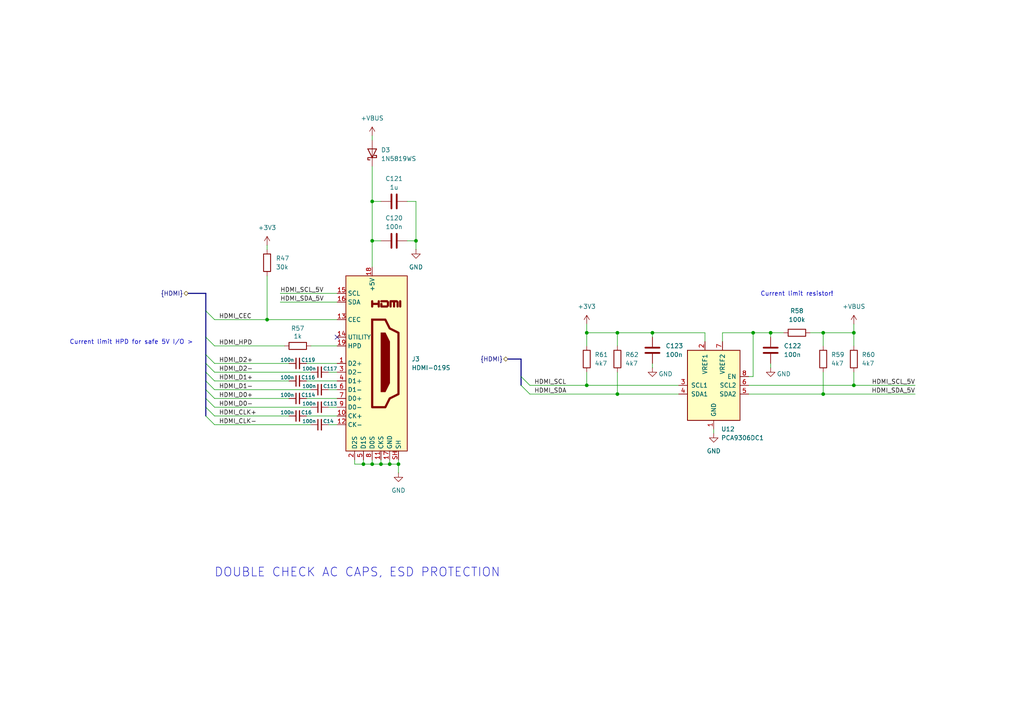
<source format=kicad_sch>
(kicad_sch (version 20250114) (generator "eeschema") (generator_version "9.0")
  (paper "A4")
  (lib_symbols
    (symbol "Device:C" (pin_numbers (hide yes)) (pin_names (offset 0.254))
      (property "Reference" "C" (at 0.635 2.54 0))
      (property "Value" "C" (at 0.635 -2.54 0))
      (symbol "C_0_1"
        (polyline (pts (xy -2.032 0.762) (xy 2.032 0.762)) (stroke (width 0.508)))
        (polyline (pts (xy -2.032 -0.762) (xy 2.032 -0.762)) (stroke (width 0.508)))
      )
      (symbol "C_1_1"
        (pin passive line (at 0 3.81 270) (length 2.794) (name "~") (number "1"))
        (pin passive line (at 0 -3.81 90) (length 2.794) (name "~") (number "2"))
      )
    )
    (symbol "Device:C_Small" (pin_numbers (hide yes)) (pin_names (offset 0.254) (hide yes))
      (property "Reference" "C" (at 0.254 1.778 0))
      (property "Value" "C_Small" (at 0.254 -2.032 0))
      (symbol "C_Small_0_1"
        (polyline (pts (xy -1.524 0.508) (xy 1.524 0.508)) (stroke (width 0.3048)))
        (polyline (pts (xy -1.524 -0.508) (xy 1.524 -0.508)) (stroke (width 0.3302)))
      )
      (symbol "C_Small_1_1"
        (pin passive line (at 0 2.54 270) (length 2.032) (name "~") (number "1"))
        (pin passive line (at 0 -2.54 90) (length 2.032) (name "~") (number "2"))
      )
    )
    (symbol "Device:R" (pin_numbers (hide yes)) (pin_names (offset 0))
      (property "Reference" "R" (at 2.032 0 90))
      (property "Value" "R" (at 0 0 90))
      (symbol "R_0_1"
        (rectangle (start -1.016 -2.54) (end 1.016 2.54) (stroke (width 0.254)))
      )
      (symbol "R_1_1"
        (pin passive line (at 0 3.81 270) (length 1.27) (name "~") (number "1"))
        (pin passive line (at 0 -3.81 90) (length 1.27) (name "~") (number "2"))
      )
    )
    (symbol "Diode:1N5819WS" (pin_numbers (hide yes)) (pin_names (offset 1.016) (hide yes))
      (property "Reference" "D" (at 0 2.54 0))
      (property "Value" "1N5819WS" (at 0 -2.54 0))
      (symbol "1N5819WS_0_1"
        (polyline (pts (xy -1.905 0.635) (xy -1.905 1.27) (xy -1.27 1.27) (xy -1.27 -1.27) (xy -0.635 -1.27) (xy -0.635 -0.635)) (stroke (width 0.254)))
        (polyline (pts (xy 1.27 1.27) (xy 1.27 -1.27) (xy -1.27 0) (xy 1.27 1.27)) (stroke (width 0.254)))
        (polyline (pts (xy 1.27 0) (xy -1.27 0)))
      )
      (symbol "1N5819WS_1_1"
        (pin passive line (at -3.81 0 0) (length 2.54) (name "K") (number "1"))
        (pin passive line (at 3.81 0 180) (length 2.54) (name "A") (number "2"))
      )
    )
    (symbol "FPGA Accelerator:HDMI_A"
      (property "Reference" "J" (at -6.35 26.67 0))
      (property "Value" "HDMI_A" (at 10.16 26.67 0))
      (symbol "HDMI_A_0_0"
        (polyline (pts (xy 0 16.51) (xy 0 18.034) (xy 0 17.272) (xy 1.905 17.272) (xy 1.905 18.034) (xy 1.905 16.51)) (stroke (width 0.635)))
        (polyline (pts (xy 2.667 18.034) (xy 4.318 18.034) (xy 4.572 17.78) (xy 4.572 16.764) (xy 4.318 16.51) (xy 2.667 16.51) (xy 2.667 17.272)) (stroke (width 0.635)))
        (polyline (pts (xy 8.128 16.51) (xy 8.128 18.034)) (stroke (width 0.635)))
      )
      (symbol "HDMI_A_0_1"
        (rectangle (start -7.62 25.4) (end 10.16 -25.4) (stroke (width 0.254)) (fill (type background)))
        (polyline (pts (xy 0 12.7) (xy 0 -12.7) (xy 3.81 -12.7) (xy 5.08 -10.16) (xy 7.62 -8.89) (xy 7.62 8.89) (xy 5.08 10.16) (xy 3.81 12.7) (xy 0 12.7)) (stroke (width 0.635)))
        (polyline (pts (xy 2.54 8.89) (xy 3.81 8.89) (xy 5.08 6.35) (xy 5.08 -5.715) (xy 3.81 -8.255) (xy 2.54 -8.255) (xy 2.54 8.89)) (fill (type outline)))
        (polyline (pts (xy 5.334 16.51) (xy 5.334 18.034) (xy 6.35 18.034) (xy 6.35 16.51) (xy 6.35 18.034) (xy 7.112 18.034) (xy 7.366 17.78) (xy 7.366 16.51)) (stroke (width 0.635)))
      )
      (symbol "HDMI_A_1_1"
        (pin passive line (at -10.16 20.32 0) (length 2.54) (name "SCL") (number "15"))
        (pin bidirectional line (at -10.16 17.78 0) (length 2.54) (name "SDA") (number "16"))
        (pin bidirectional line (at -10.16 12.7 0) (length 2.54) (name "CEC") (number "13"))
        (pin passive line (at -10.16 7.62 0) (length 2.54) (name "UTILITY") (number "14"))
        (pin passive line (at -10.16 5.08 0) (length 2.54) (name "HPD") (number "19"))
        (pin passive line (at -10.16 0 0) (length 2.54) (name "D2+") (number "1"))
        (pin passive line (at -10.16 -2.54 0) (length 2.54) (name "D2-") (number "3"))
        (pin passive line (at -10.16 -5.08 0) (length 2.54) (name "D1+") (number "4"))
        (pin passive line (at -10.16 -7.62 0) (length 2.54) (name "D1-") (number "6"))
        (pin passive line (at -10.16 -10.16 0) (length 2.54) (name "D0+") (number "7"))
        (pin passive line (at -10.16 -12.7 0) (length 2.54) (name "D0-") (number "9"))
        (pin passive line (at -10.16 -15.24 0) (length 2.54) (name "CK+") (number "10"))
        (pin passive line (at -10.16 -17.78 0) (length 2.54) (name "CK-") (number "12"))
        (pin power_in line (at -5.08 -27.94 90) (length 2.54) (name "D2S") (number "2"))
        (pin power_in line (at -2.54 -27.94 90) (length 2.54) (name "D1S") (number "5"))
        (pin power_in line (at 0 27.94 270) (length 2.54) (name "+5V") (number "18"))
        (pin power_in line (at 0 -27.94 90) (length 2.54) (name "D0S") (number "8"))
        (pin power_in line (at 2.54 -27.94 90) (length 2.54) (name "CKS") (number "11"))
        (pin power_in line (at 5.08 -27.94 90) (length 2.54) (name "GND") (number "17"))
        (pin passive line (at 7.62 -27.94 90) (length 2.54) (name "SH") (number "SH"))
      )
    )
    (symbol "Interface:PCA9306DC1" (pin_names (offset 1.016))
      (property "Reference" "U" (at -7.62 11.43 0))
      (property "Value" "PCA9306DC1" (at 3.81 11.43 0))
      (symbol "PCA9306DC1_0_1"
        (rectangle (start -7.62 10.16) (end 7.62 -10.16) (stroke (width 0.254)) (fill (type background)))
      )
      (symbol "PCA9306DC1_1_1"
        (pin bidirectional line (at -10.16 0 0) (length 2.54) (name "SCL1") (number "3"))
        (pin bidirectional line (at -10.16 -2.54 0) (length 2.54) (name "SDA1") (number "4"))
        (pin power_in line (at -2.54 12.7 270) (length 2.54) (name "VREF1") (number "2"))
        (pin power_in line (at 0 -12.7 90) (length 2.54) (name "GND") (number "1"))
        (pin power_in line (at 2.54 12.7 270) (length 2.54) (name "VREF2") (number "7"))
        (pin input line (at 10.16 2.54 180) (length 2.54) (name "EN") (number "8"))
        (pin bidirectional line (at 10.16 0 180) (length 2.54) (name "SCL2") (number "6"))
        (pin bidirectional line (at 10.16 -2.54 180) (length 2.54) (name "SDA2") (number "5"))
      )
    )
    (symbol "power:+1V0" (power) (pin_numbers (hide yes)) (pin_names (offset 0) (hide yes))
      (property "Value" "+1V0" (at 0 3.556 0))
      (symbol "+1V0_0_1"
        (polyline (pts (xy -0.762 1.27) (xy 0 2.54)))
        (polyline (pts (xy 0 2.54) (xy 0.762 1.27)))
        (polyline (pts (xy 0 0) (xy 0 2.54)))
      )
      (symbol "+1V0_1_1"
        (pin power_in line (at 0 0 90) (length 0) (name "~") (number "1"))
      )
    )
    (symbol "power:+3V3" (power) (pin_numbers (hide yes)) (pin_names (offset 0) (hide yes))
      (property "Value" "+3V3" (at 0 3.556 0))
      (symbol "+3V3_0_1"
        (polyline (pts (xy -0.762 1.27) (xy 0 2.54)))
        (polyline (pts (xy 0 2.54) (xy 0.762 1.27)))
        (polyline (pts (xy 0 0) (xy 0 2.54)))
      )
      (symbol "+3V3_1_1"
        (pin power_in line (at 0 0 90) (length 0) (name "~") (number "1"))
      )
    )
    (symbol "power:GND" (power) (pin_numbers (hide yes)) (pin_names (offset 0) (hide yes))
      (property "Value" "GND" (at 0 -3.81 0))
      (symbol "GND_0_1"
        (polyline (pts (xy 0 0) (xy 0 -1.27) (xy 1.27 -1.27) (xy 0 -2.54) (xy -1.27 -1.27) (xy 0 -1.27)))
      )
      (symbol "GND_1_1"
        (pin power_in line (at 0 0 270) (length 0) (name "~") (number "1"))
      )
    )
  )
  (bus_alias "HDMI" (members "HDMI_SCL" "HDMI_SDA" "HDMI_CEC" "HDMI_HPD" "HDMI_D2+" "HDMI_D2-" "HDMI_D1+" "HDMI_D1-" "HDMI_D0+" "HDMI_D0-" "HDMI_CLK+" "HDMI_CLK-"))
  (text "Current limit resistor!" (at 231.14 85.344 0) (effects (font (size 1.27 1.27))))
  (text "Current limit HPD for safe 5V I/O >" (at 38.1 99.314 0) (effects (font (size 1.27 1.27))))
  (text "DOUBLE CHECK AC CAPS, ESD PROTECTION" (at 103.632 166.116 0) (effects (font (size 2.54 2.54))))
  (junction (at 110.49 134.62))
  (junction (at 223.52 96.52))
  (junction (at 115.57 134.62))
  (junction (at 247.65 96.52))
  (junction (at 107.95 69.85))
  (junction (at 105.41 134.62))
  (junction (at 238.76 96.52))
  (junction (at 179.07 114.3))
  (junction (at 218.44 96.52))
  (junction (at 107.95 58.42))
  (junction (at 189.23 96.52))
  (junction (at 113.03 134.62))
  (junction (at 170.18 96.52))
  (junction (at 247.65 111.76))
  (junction (at 179.07 96.52))
  (junction (at 238.76 114.3))
  (junction (at 170.18 111.76))
  (junction (at 77.47 92.71))
  (junction (at 120.65 69.85))
  (junction (at 107.95 134.62))
  (no_connect (at 97.79 97.79))
  (bus_entry (at 62.23 118.11) (size -2.54 -2.54))
  (bus_entry (at 62.23 92.71) (size -2.54 -2.54))
  (bus_entry (at 62.23 123.19) (size -2.54 -2.54))
  (bus_entry (at 62.23 107.95) (size -2.54 -2.54))
  (bus_entry (at 153.67 111.76) (size -2.54 -2.54))
  (bus_entry (at 62.23 110.49) (size -2.54 -2.54))
  (bus_entry (at 62.23 105.41) (size -2.54 -2.54))
  (bus_entry (at 62.23 115.57) (size -2.54 -2.54))
  (bus_entry (at 62.23 100.33) (size -2.54 -2.54))
  (bus_entry (at 62.23 113.03) (size -2.54 -2.54))
  (bus_entry (at 153.67 114.3) (size -2.54 -2.54))
  (bus_entry (at 62.23 120.65) (size -2.54 -2.54))
  (wire (pts (xy 62.23 107.95) (xy 90.17 107.95)))
  (bus (pts (xy 59.69 110.49) (xy 59.69 113.03)))
  (wire (pts (xy 62.23 100.33) (xy 82.55 100.33)))
  (wire (pts (xy 118.11 58.42) (xy 120.65 58.42)))
  (wire (pts (xy 77.47 71.12) (xy 77.47 72.39)))
  (wire (pts (xy 247.65 93.98) (xy 247.65 96.52)))
  (wire (pts (xy 62.23 123.19) (xy 90.17 123.19)))
  (wire (pts (xy 170.18 111.76) (xy 196.85 111.76)))
  (wire (pts (xy 217.17 109.22) (xy 218.44 109.22)))
  (bus (pts (xy 59.69 97.79) (xy 59.69 102.87)))
  (wire (pts (xy 62.23 120.65) (xy 83.82 120.65)))
  (wire (pts (xy 247.65 107.95) (xy 247.65 111.76)))
  (wire (pts (xy 88.9 105.41) (xy 97.79 105.41)))
  (wire (pts (xy 247.65 96.52) (xy 247.65 100.33)))
  (wire (pts (xy 107.95 69.85) (xy 107.95 77.47)))
  (wire (pts (xy 62.23 113.03) (xy 90.17 113.03)))
  (wire (pts (xy 110.49 69.85) (xy 107.95 69.85)))
  (wire (pts (xy 110.49 134.62) (xy 110.49 133.35)))
  (wire (pts (xy 179.07 114.3) (xy 196.85 114.3)))
  (wire (pts (xy 223.52 96.52) (xy 223.52 97.79)))
  (wire (pts (xy 107.95 58.42) (xy 110.49 58.42)))
  (wire (pts (xy 265.43 111.76) (xy 247.65 111.76)))
  (wire (pts (xy 81.28 87.63) (xy 97.79 87.63)))
  (bus (pts (xy 59.69 118.11) (xy 59.69 120.65)))
  (wire (pts (xy 238.76 96.52) (xy 247.65 96.52)))
  (bus (pts (xy 54.61 85.09) (xy 59.69 85.09)))
  (bus (pts (xy 59.69 113.03) (xy 59.69 115.57)))
  (bus (pts (xy 59.69 107.95) (xy 59.69 110.49)))
  (wire (pts (xy 179.07 107.95) (xy 179.07 114.3)))
  (wire (pts (xy 107.95 134.62) (xy 107.95 133.35)))
  (wire (pts (xy 238.76 107.95) (xy 238.76 114.3)))
  (wire (pts (xy 218.44 109.22) (xy 218.44 96.52)))
  (bus (pts (xy 59.69 105.41) (xy 59.69 107.95)))
  (wire (pts (xy 204.47 96.52) (xy 189.23 96.52)))
  (wire (pts (xy 179.07 96.52) (xy 170.18 96.52)))
  (wire (pts (xy 77.47 92.71) (xy 97.79 92.71)))
  (wire (pts (xy 62.23 115.57) (xy 83.82 115.57)))
  (bus (pts (xy 59.69 90.17) (xy 59.69 97.79)))
  (bus (pts (xy 151.13 111.76) (xy 151.13 109.22)))
  (wire (pts (xy 102.87 134.62) (xy 105.41 134.62)))
  (wire (pts (xy 170.18 107.95) (xy 170.18 111.76)))
  (wire (pts (xy 153.67 111.76) (xy 170.18 111.76)))
  (wire (pts (xy 107.95 39.37) (xy 107.95 40.64)))
  (wire (pts (xy 95.25 123.19) (xy 97.79 123.19)))
  (wire (pts (xy 207.01 125.73) (xy 207.01 124.46)))
  (wire (pts (xy 204.47 96.52) (xy 204.47 99.06)))
  (wire (pts (xy 105.41 134.62) (xy 107.95 134.62)))
  (wire (pts (xy 113.03 134.62) (xy 115.57 134.62)))
  (wire (pts (xy 88.9 120.65) (xy 97.79 120.65)))
  (wire (pts (xy 105.41 134.62) (xy 105.41 133.35)))
  (wire (pts (xy 120.65 69.85) (xy 118.11 69.85)))
  (wire (pts (xy 234.95 96.52) (xy 238.76 96.52)))
  (wire (pts (xy 238.76 114.3) (xy 217.17 114.3)))
  (wire (pts (xy 77.47 80.01) (xy 77.47 92.71)))
  (wire (pts (xy 170.18 93.98) (xy 170.18 96.52)))
  (wire (pts (xy 223.52 96.52) (xy 218.44 96.52)))
  (wire (pts (xy 90.17 100.33) (xy 97.79 100.33)))
  (bus (pts (xy 59.69 85.09) (xy 59.69 90.17)))
  (wire (pts (xy 113.03 134.62) (xy 113.03 133.35)))
  (wire (pts (xy 95.25 118.11) (xy 97.79 118.11)))
  (wire (pts (xy 189.23 96.52) (xy 179.07 96.52)))
  (wire (pts (xy 81.28 85.09) (xy 97.79 85.09)))
  (wire (pts (xy 110.49 134.62) (xy 113.03 134.62)))
  (wire (pts (xy 189.23 106.68) (xy 189.23 105.41)))
  (wire (pts (xy 265.43 114.3) (xy 238.76 114.3)))
  (wire (pts (xy 209.55 96.52) (xy 209.55 99.06)))
  (wire (pts (xy 62.23 118.11) (xy 90.17 118.11)))
  (wire (pts (xy 62.23 110.49) (xy 83.82 110.49)))
  (wire (pts (xy 189.23 96.52) (xy 189.23 97.79)))
  (wire (pts (xy 227.33 96.52) (xy 223.52 96.52)))
  (wire (pts (xy 223.52 106.68) (xy 223.52 105.41)))
  (wire (pts (xy 107.95 58.42) (xy 107.95 69.85)))
  (wire (pts (xy 115.57 134.62) (xy 115.57 133.35)))
  (wire (pts (xy 247.65 111.76) (xy 217.17 111.76)))
  (bus (pts (xy 59.69 102.87) (xy 59.69 105.41)))
  (wire (pts (xy 120.65 58.42) (xy 120.65 69.85)))
  (bus (pts (xy 59.69 115.57) (xy 59.69 118.11)))
  (wire (pts (xy 115.57 134.62) (xy 115.57 137.16)))
  (wire (pts (xy 88.9 110.49) (xy 97.79 110.49)))
  (wire (pts (xy 95.25 107.95) (xy 97.79 107.95)))
  (wire (pts (xy 95.25 113.03) (xy 97.79 113.03)))
  (wire (pts (xy 238.76 96.52) (xy 238.76 100.33)))
  (wire (pts (xy 102.87 134.62) (xy 102.87 133.35)))
  (wire (pts (xy 62.23 105.41) (xy 83.82 105.41)))
  (wire (pts (xy 107.95 48.26) (xy 107.95 58.42)))
  (wire (pts (xy 120.65 72.39) (xy 120.65 69.85)))
  (wire (pts (xy 179.07 96.52) (xy 179.07 100.33)))
  (bus (pts (xy 147.32 104.14) (xy 151.13 104.14)))
  (bus (pts (xy 151.13 109.22) (xy 151.13 104.14)))
  (wire (pts (xy 218.44 96.52) (xy 209.55 96.52)))
  (wire (pts (xy 62.23 92.71) (xy 77.47 92.71)))
  (wire (pts (xy 107.95 134.62) (xy 110.49 134.62)))
  (wire (pts (xy 88.9 115.57) (xy 97.79 115.57)))
  (wire (pts (xy 153.67 114.3) (xy 179.07 114.3)))
  (wire (pts (xy 170.18 96.52) (xy 170.18 100.33)))
  (label "HDMI_D2-" (at 63.5 107.95 0))
  (label "HDMI_D2+" (at 63.5 105.41 0))
  (label "HDMI_HPD" (at 63.5 100.33 0))
  (label "HDMI_CEC" (at 63.5 92.71 0))
  (label "HDMI_D1+" (at 63.5 110.49 0))
  (label "HDMI_D0-" (at 63.5 118.11 0))
  (label "HDMI_D0+" (at 63.5 115.57 0))
  (label "HDMI_SDA_5V" (at 265.43 114.3 180))
  (label "HDMI_CLK+" (at 63.5 120.65 0))
  (label "HDMI_SDA" (at 154.94 114.3 0))
  (label "HDMI_SCL_5V" (at 81.28 85.09 0))
  (label "HDMI_SCL" (at 154.94 111.76 0))
  (label "HDMI_SDA_5V" (at 81.28 87.63 0))
  (label "HDMI_SCL_5V" (at 265.43 111.76 180))
  (label "HDMI_D1-" (at 63.5 113.03 0))
  (label "HDMI_CLK-" (at 63.5 123.19 0))
  (hierarchical_label "{HDMI}" (shape bidirectional) (at 54.61 85.09 180))
  (hierarchical_label "{HDMI}" (shape bidirectional) (at 147.32 104.14 180))
  (symbol (lib_id "Interface:PCA9306DC1") (at 207.01 111.76 0) (unit 1)
    (property "Reference" "U12" (at 209.1533 124.46 0) (effects (justify left)))
    (property "Value" "PCA9306DC1" (at 209.1533 127 0) (effects (justify left)))
    (property "Footprint" "Package_SO:VSSOP-8_2.3x2mm_P0.5mm" (effects (hide yes)))
    (property "Datasheet" "https://www.nxp.com/docs/en/data-sheet/PCA9306.pdf" (effects (hide yes)))
    (property "Description" "Dual bidirectional I2C Bus and SMBus voltage level translator, VSSOP-8" (effects (hide yes)))
    (property "MPN" "PCA9306DC1" (effects (hide yes)))
    (property "LCSC" "C129510" (effects (hide yes)))
  )
  (symbol (lib_id "Device:R") (at 179.07 104.14 0) (unit 1)
    (property "Reference" "R62" (at 181.356 102.87 0) (effects (justify left)))
    (property "Value" "4k7" (at 181.356 105.41 0) (effects (justify left)))
    (property "Description" "Resistor" (effects (hide yes)))
  )
  (symbol (lib_id "Device:R") (at 86.36 100.33 90) (unit 1)
    (property "Reference" "R57" (at 86.36 95.25 90))
    (property "Value" "1k" (at 86.36 97.536 90))
    (property "Description" "Resistor" (effects (hide yes)))
  )
  (symbol (lib_id "power:+3V3") (at 170.18 93.98 0) (unit 1)
    (property "Reference" "#PWR080" (effects (hide yes)))
    (property "Value" "+3V3" (at 170.18 88.9 0))
    (property "Description" "Power symbol creates a global label with name \"+3V3\"" (effects (hide yes)))
  )
  (symbol (lib_id "Device:C_Small") (at 92.71 107.95 90) (unit 1)
    (property "Reference" "C117" (at 95.758 106.934 90) (effects (font (size 1.016 1.016))))
    (property "Value" "100n" (at 89.662 106.934 90) (effects (font (size 1.016 1.016))))
    (property "Description" "Unpolarized capacitor, small symbol" (effects (hide yes)))
  )
  (symbol (lib_id "Device:C_Small") (at 86.36 110.49 90) (unit 1)
    (property "Reference" "C116" (at 89.408 109.474 90) (effects (font (size 1.016 1.016))))
    (property "Value" "100n" (at 83.312 109.474 90) (effects (font (size 1.016 1.016))))
    (property "Description" "Unpolarized capacitor, small symbol" (effects (hide yes)))
  )
  (symbol (lib_id "Device:R") (at 238.76 104.14 0) (unit 1)
    (property "Reference" "R59" (at 241.046 102.87 0) (effects (justify left)))
    (property "Value" "4k7" (at 241.046 105.41 0) (effects (justify left)))
    (property "Description" "Resistor" (effects (hide yes)))
  )
  (symbol (lib_id "Device:C_Small") (at 86.36 115.57 90) (unit 1)
    (property "Reference" "C114" (at 89.408 114.554 90) (effects (font (size 1.016 1.016))))
    (property "Value" "100n" (at 83.312 114.554 90) (effects (font (size 1.016 1.016))))
    (property "Description" "Unpolarized capacitor, small symbol" (effects (hide yes)))
  )
  (symbol (lib_id "Device:R") (at 247.65 104.14 0) (unit 1)
    (property "Reference" "R60" (at 249.936 102.87 0) (effects (justify left)))
    (property "Value" "4k7" (at 249.936 105.41 0) (effects (justify left)))
    (property "Description" "Resistor" (effects (hide yes)))
  )
  (symbol (lib_id "FPGA Accelerator:HDMI_A") (at 107.95 105.41 0) (unit 1)
    (property "Reference" "J3" (at 119.38 104.1399 0) (effects (justify left)))
    (property "Value" "HDMI-019S" (at 119.38 106.6799 0) (effects (justify left)))
    (property "Datasheet" "https://en.wikipedia.org/wiki/HDMI" (effects (hide yes)))
    (property "Description" "HDMI type A connector" (effects (hide yes)))
    (property "MPN" "HDMI-019S" (effects (hide yes)))
    (property "LCSC" "C111617" (effects (hide yes)))
  )
  (symbol (lib_id "Device:C") (at 189.23 101.6 0) (unit 1)
    (property "Reference" "C123" (at 193.04 100.3299 0) (effects (justify left)))
    (property "Value" "100n" (at 193.04 102.8699 0) (effects (justify left)))
    (property "Description" "Unpolarized capacitor" (effects (hide yes)))
  )
  (symbol (lib_id "Device:C_Small") (at 86.36 105.41 90) (unit 1)
    (property "Reference" "C119" (at 89.408 104.394 90) (effects (font (size 1.016 1.016))))
    (property "Value" "100n" (at 83.312 104.394 90) (effects (font (size 1.016 1.016))))
    (property "Description" "Unpolarized capacitor, small symbol" (effects (hide yes)))
  )
  (symbol (lib_id "Device:C") (at 114.3 69.85 90) (unit 1)
    (property "Reference" "C120" (at 114.3 63.246 90))
    (property "Value" "100n" (at 114.3 65.786 90))
    (property "Description" "Unpolarized capacitor" (effects (hide yes)))
  )
  (symbol (lib_id "Device:C_Small") (at 92.71 113.03 90) (unit 1)
    (property "Reference" "C115" (at 95.758 112.014 90) (effects (font (size 1.016 1.016))))
    (property "Value" "100n" (at 89.662 112.014 90) (effects (font (size 1.016 1.016))))
    (property "Description" "Unpolarized capacitor, small symbol" (effects (hide yes)))
  )
  (symbol (lib_id "Device:R") (at 170.18 104.14 0) (unit 1)
    (property "Reference" "R61" (at 172.466 102.87 0) (effects (justify left)))
    (property "Value" "4k7" (at 172.466 105.41 0) (effects (justify left)))
    (property "Description" "Resistor" (effects (hide yes)))
  )
  (symbol (lib_id "power:GND") (at 115.57 137.16 0) (unit 1)
    (property "Reference" "#PWR064" (effects (hide yes)))
    (property "Value" "GND" (at 115.57 142.24 0))
    (property "Description" "Power symbol creates a global label with name \"GND\" , ground" (effects (hide yes)))
  )
  (symbol (lib_id "power:GND") (at 223.52 106.68 0) (unit 1)
    (property "Reference" "#PWR082" (effects (hide yes)))
    (property "Value" "GND" (at 227.33 108.458 0))
    (property "Description" "Power symbol creates a global label with name \"GND\" , ground" (effects (hide yes)))
  )
  (symbol (lib_id "power:GND") (at 189.23 106.68 0) (unit 1)
    (property "Reference" "#PWR086" (effects (hide yes)))
    (property "Value" "GND" (at 193.04 108.458 0))
    (property "Description" "Power symbol creates a global label with name \"GND\" , ground" (effects (hide yes)))
  )
  (symbol (lib_id "power:GND") (at 120.65 72.39 0) (unit 1)
    (property "Reference" "#PWR077" (effects (hide yes)))
    (property "Value" "GND" (at 120.65 77.47 0))
    (property "Description" "Power symbol creates a global label with name \"GND\" , ground" (effects (hide yes)))
  )
  (symbol (lib_id "power:+1V0") (at 247.65 93.98 0) (unit 1)
    (property "Reference" "#PWR085" (effects (hide yes)))
    (property "Value" "+VBUS" (at 247.65 88.9 0))
    (property "Description" "Power symbol creates a global label with name \"+1V0\"" (effects (hide yes)))
  )
  (symbol (lib_id "Device:C") (at 223.52 101.6 0) (unit 1)
    (property "Reference" "C122" (at 227.33 100.3299 0) (effects (justify left)))
    (property "Value" "100n" (at 227.33 102.8699 0) (effects (justify left)))
    (property "Description" "Unpolarized capacitor" (effects (hide yes)))
  )
  (symbol (lib_id "Device:R") (at 231.14 96.52 270) (unit 1)
    (property "Reference" "R58" (at 231.14 90.17 90))
    (property "Value" "100k" (at 231.14 92.71 90))
    (property "Description" "Resistor" (effects (hide yes)))
  )
  (symbol (lib_id "Device:C_Small") (at 92.71 118.11 90) (unit 1)
    (property "Reference" "C113" (at 95.758 117.094 90) (effects (font (size 1.016 1.016))))
    (property "Value" "100n" (at 89.662 117.094 90) (effects (font (size 1.016 1.016))))
    (property "Description" "Unpolarized capacitor, small symbol" (effects (hide yes)))
  )
  (symbol (lib_id "power:+1V0") (at 107.95 39.37 0) (unit 1)
    (property "Reference" "#PWR076" (effects (hide yes)))
    (property "Value" "+VBUS" (at 107.95 34.29 0))
    (property "Description" "Power symbol creates a global label with name \"+1V0\"" (effects (hide yes)))
  )
  (symbol (lib_id "power:GND") (at 207.01 125.73 0) (unit 1)
    (property "Reference" "#PWR078" (effects (hide yes)))
    (property "Value" "GND" (at 207.01 130.81 0))
    (property "Description" "Power symbol creates a global label with name \"GND\" , ground" (effects (hide yes)))
  )
  (symbol (lib_id "Device:C_Small") (at 92.71 123.19 90) (unit 1)
    (property "Reference" "C14" (at 95.25 122.174 90) (effects (font (size 1.016 1.016))))
    (property "Value" "100n" (at 89.662 122.174 90) (effects (font (size 1.016 1.016))))
    (property "Description" "Unpolarized capacitor, small symbol" (effects (hide yes)))
  )
  (symbol (lib_id "Device:C") (at 114.3 58.42 90) (unit 1)
    (property "Reference" "C121" (at 114.3 51.816 90))
    (property "Value" "1u" (at 114.3 54.356 90))
    (property "Description" "Unpolarized capacitor" (effects (hide yes)))
  )
  (symbol (lib_id "Device:C_Small") (at 86.36 120.65 90) (unit 1)
    (property "Reference" "C16" (at 88.9 119.634 90) (effects (font (size 1.016 1.016))))
    (property "Value" "100n" (at 83.312 119.634 90) (effects (font (size 1.016 1.016))))
    (property "Description" "Unpolarized capacitor, small symbol" (effects (hide yes)))
  )
  (symbol (lib_id "power:+3V3") (at 77.47 71.12 0) (unit 1)
    (property "Reference" "#PWR065" (effects (hide yes)))
    (property "Value" "+3V3" (at 77.47 66.04 0))
    (property "Description" "Power symbol creates a global label with name \"+3V3\"" (effects (hide yes)))
  )
  (symbol (lib_id "Diode:1N5819WS") (at 107.95 44.45 90) (unit 1)
    (property "Reference" "D3" (at 110.49 43.4974 90) (effects (justify right)))
    (property "Value" "1N5819WS" (at 110.49 46.0374 90) (effects (justify right)))
    (property "Footprint" "Diode_SMD:D_SOD-323" (effects (hide yes)))
    (property "Datasheet" "https://datasheet.lcsc.com/lcsc/2204281430_Guangdong-Hottech-1N5819WS_C191023.pdf" (effects (hide yes)))
    (property "Description" "40V 600mV@1A 1A SOD-323 Schottky Barrier Diodes, SOD-323" (effects (hide yes)))
    (property "MPN" "1N5819WS" (effects (hide yes)))
    (property "LSCS" "C191023" (effects (hide yes)))
  )
  (symbol (lib_id "Device:R") (at 77.47 76.2 0) (unit 1)
    (property "Reference" "R47" (at 80.01 74.9299 0) (effects (justify left)))
    (property "Value" "30k" (at 80.01 77.4699 0) (effects (justify left)))
    (property "Description" "Resistor" (effects (hide yes)))
  )
)
</source>
